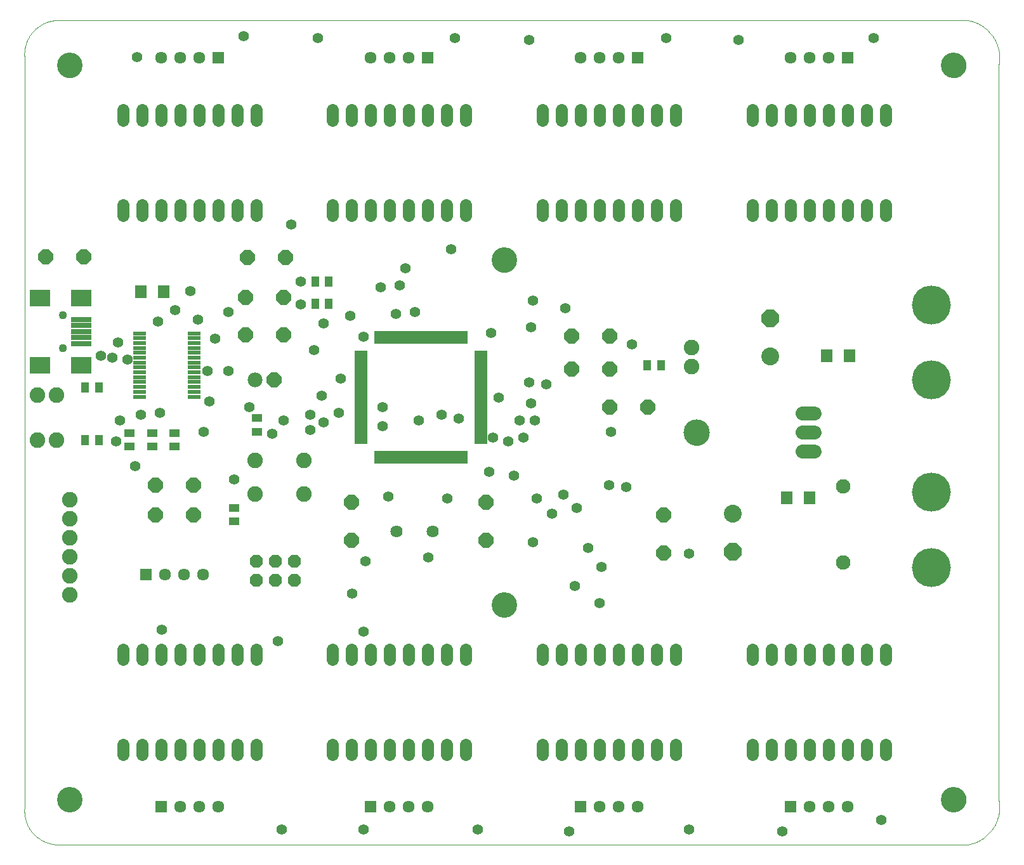
<source format=gts>
G75*
%MOIN*%
%OFA0B0*%
%FSLAX25Y25*%
%IPPOS*%
%LPD*%
%AMOC8*
5,1,8,0,0,1.08239X$1,22.5*
%
%ADD10C,0.00000*%
%ADD11C,0.20485*%
%ADD12C,0.09400*%
%ADD13OC8,0.09400*%
%ADD14OC8,0.07800*%
%ADD15C,0.07600*%
%ADD16C,0.07200*%
%ADD17C,0.13800*%
%ADD18R,0.06706X0.01981*%
%ADD19R,0.01981X0.06706*%
%ADD20OC8,0.06940*%
%ADD21R,0.05918X0.07099*%
%ADD22C,0.08200*%
%ADD23C,0.06400*%
%ADD24C,0.06350*%
%ADD25R,0.10643X0.02769*%
%ADD26R,0.10643X0.08674*%
%ADD27C,0.04343*%
%ADD28R,0.03950X0.05524*%
%ADD29C,0.07800*%
%ADD30R,0.06350X0.06350*%
%ADD31C,0.06350*%
%ADD32R,0.05524X0.03950*%
%ADD33C,0.13398*%
%ADD34C,0.05562*%
D10*
X0020337Y0001315D02*
X0500652Y0001315D01*
X0501127Y0001416D01*
X0501598Y0001528D01*
X0502068Y0001652D01*
X0502534Y0001787D01*
X0502996Y0001933D01*
X0503455Y0002090D01*
X0503910Y0002259D01*
X0504361Y0002438D01*
X0504807Y0002628D01*
X0505249Y0002829D01*
X0505685Y0003041D01*
X0506117Y0003263D01*
X0506542Y0003495D01*
X0506963Y0003737D01*
X0507377Y0003990D01*
X0507785Y0004253D01*
X0508186Y0004525D01*
X0508581Y0004807D01*
X0508969Y0005099D01*
X0509349Y0005399D01*
X0509722Y0005709D01*
X0510088Y0006028D01*
X0510446Y0006355D01*
X0510796Y0006691D01*
X0511138Y0007036D01*
X0511471Y0007389D01*
X0511795Y0007749D01*
X0512111Y0008117D01*
X0512418Y0008493D01*
X0512716Y0008876D01*
X0513004Y0009266D01*
X0513283Y0009663D01*
X0513552Y0010067D01*
X0513811Y0010477D01*
X0514060Y0010893D01*
X0514299Y0011315D01*
X0514528Y0011743D01*
X0514747Y0012176D01*
X0514955Y0012614D01*
X0515152Y0013058D01*
X0515339Y0013505D01*
X0515514Y0013958D01*
X0515679Y0014414D01*
X0515833Y0014874D01*
X0515975Y0015338D01*
X0516106Y0015805D01*
X0516226Y0016275D01*
X0516335Y0016748D01*
X0516432Y0017223D01*
X0516517Y0017701D01*
X0516591Y0018180D01*
X0516653Y0018661D01*
X0516704Y0019144D01*
X0516743Y0019627D01*
X0516770Y0020112D01*
X0516786Y0020597D01*
X0516790Y0021082D01*
X0516782Y0021567D01*
X0516762Y0022051D01*
X0516731Y0022536D01*
X0516688Y0023019D01*
X0516634Y0023501D01*
X0516567Y0023981D01*
X0516490Y0024460D01*
X0516400Y0024937D01*
X0516400Y0410764D01*
X0516490Y0411241D01*
X0516567Y0411720D01*
X0516634Y0412200D01*
X0516688Y0412682D01*
X0516731Y0413165D01*
X0516762Y0413650D01*
X0516782Y0414134D01*
X0516790Y0414619D01*
X0516786Y0415104D01*
X0516770Y0415589D01*
X0516743Y0416074D01*
X0516704Y0416557D01*
X0516653Y0417040D01*
X0516591Y0417521D01*
X0516517Y0418000D01*
X0516432Y0418478D01*
X0516335Y0418953D01*
X0516226Y0419426D01*
X0516106Y0419896D01*
X0515975Y0420363D01*
X0515833Y0420827D01*
X0515679Y0421287D01*
X0515514Y0421743D01*
X0515339Y0422196D01*
X0515152Y0422643D01*
X0514955Y0423087D01*
X0514747Y0423525D01*
X0514528Y0423958D01*
X0514299Y0424386D01*
X0514060Y0424808D01*
X0513811Y0425224D01*
X0513552Y0425634D01*
X0513283Y0426038D01*
X0513004Y0426435D01*
X0512716Y0426825D01*
X0512418Y0427208D01*
X0512111Y0427584D01*
X0511795Y0427952D01*
X0511471Y0428312D01*
X0511138Y0428665D01*
X0510796Y0429010D01*
X0510446Y0429346D01*
X0510088Y0429673D01*
X0509722Y0429992D01*
X0509349Y0430302D01*
X0508969Y0430602D01*
X0508581Y0430894D01*
X0508186Y0431176D01*
X0507785Y0431448D01*
X0507377Y0431711D01*
X0506963Y0431964D01*
X0506542Y0432206D01*
X0506117Y0432438D01*
X0505685Y0432660D01*
X0505249Y0432872D01*
X0504807Y0433073D01*
X0504361Y0433263D01*
X0503910Y0433442D01*
X0503455Y0433611D01*
X0502996Y0433768D01*
X0502534Y0433914D01*
X0502068Y0434049D01*
X0501598Y0434173D01*
X0501127Y0434285D01*
X0500652Y0434386D01*
X0020337Y0434386D01*
X0019903Y0434332D01*
X0019470Y0434268D01*
X0019039Y0434193D01*
X0018610Y0434108D01*
X0018184Y0434012D01*
X0017759Y0433905D01*
X0017338Y0433789D01*
X0016919Y0433661D01*
X0016503Y0433524D01*
X0016092Y0433377D01*
X0015683Y0433219D01*
X0015279Y0433052D01*
X0014879Y0432874D01*
X0014484Y0432687D01*
X0014093Y0432490D01*
X0013707Y0432284D01*
X0013327Y0432068D01*
X0012951Y0431843D01*
X0012582Y0431609D01*
X0012218Y0431366D01*
X0011861Y0431114D01*
X0011509Y0430853D01*
X0011164Y0430584D01*
X0010826Y0430306D01*
X0010495Y0430021D01*
X0010171Y0429727D01*
X0009854Y0429425D01*
X0009545Y0429116D01*
X0009243Y0428799D01*
X0008949Y0428474D01*
X0008664Y0428143D01*
X0008386Y0427805D01*
X0008117Y0427460D01*
X0007857Y0427108D01*
X0007605Y0426751D01*
X0007362Y0426387D01*
X0007128Y0426017D01*
X0006903Y0425642D01*
X0006687Y0425261D01*
X0006481Y0424875D01*
X0006285Y0424484D01*
X0006098Y0424089D01*
X0005920Y0423689D01*
X0005753Y0423285D01*
X0005596Y0422876D01*
X0005448Y0422464D01*
X0005311Y0422049D01*
X0005184Y0421630D01*
X0005068Y0421209D01*
X0004962Y0420784D01*
X0004866Y0420357D01*
X0004780Y0419928D01*
X0004706Y0419497D01*
X0004642Y0419064D01*
X0004588Y0418630D01*
X0004545Y0418195D01*
X0004513Y0417758D01*
X0004492Y0417321D01*
X0004481Y0416884D01*
X0004481Y0416446D01*
X0004492Y0416009D01*
X0004514Y0415572D01*
X0004546Y0415136D01*
X0004589Y0414700D01*
X0004589Y0414701D02*
X0004589Y0021000D01*
X0004546Y0020564D01*
X0004514Y0020128D01*
X0004492Y0019691D01*
X0004481Y0019254D01*
X0004481Y0018816D01*
X0004492Y0018379D01*
X0004513Y0017942D01*
X0004545Y0017505D01*
X0004588Y0017070D01*
X0004642Y0016636D01*
X0004706Y0016203D01*
X0004780Y0015772D01*
X0004866Y0015343D01*
X0004962Y0014916D01*
X0005068Y0014491D01*
X0005184Y0014070D01*
X0005311Y0013651D01*
X0005448Y0013236D01*
X0005596Y0012824D01*
X0005753Y0012415D01*
X0005920Y0012011D01*
X0006098Y0011611D01*
X0006285Y0011216D01*
X0006481Y0010825D01*
X0006687Y0010439D01*
X0006903Y0010058D01*
X0007128Y0009683D01*
X0007362Y0009313D01*
X0007605Y0008949D01*
X0007857Y0008592D01*
X0008117Y0008240D01*
X0008386Y0007895D01*
X0008664Y0007557D01*
X0008949Y0007226D01*
X0009243Y0006901D01*
X0009545Y0006584D01*
X0009854Y0006275D01*
X0010171Y0005973D01*
X0010495Y0005679D01*
X0010826Y0005394D01*
X0011164Y0005116D01*
X0011509Y0004847D01*
X0011861Y0004586D01*
X0012218Y0004334D01*
X0012582Y0004091D01*
X0012951Y0003857D01*
X0013327Y0003632D01*
X0013707Y0003416D01*
X0014093Y0003210D01*
X0014484Y0003013D01*
X0014879Y0002826D01*
X0015279Y0002648D01*
X0015683Y0002481D01*
X0016092Y0002323D01*
X0016503Y0002176D01*
X0016919Y0002039D01*
X0017338Y0001911D01*
X0017759Y0001795D01*
X0018184Y0001688D01*
X0018610Y0001592D01*
X0019039Y0001507D01*
X0019470Y0001432D01*
X0019903Y0001368D01*
X0020337Y0001314D01*
X0021912Y0024937D02*
X0021914Y0025095D01*
X0021920Y0025253D01*
X0021930Y0025411D01*
X0021944Y0025569D01*
X0021962Y0025726D01*
X0021983Y0025883D01*
X0022009Y0026039D01*
X0022039Y0026195D01*
X0022072Y0026350D01*
X0022110Y0026503D01*
X0022151Y0026656D01*
X0022196Y0026808D01*
X0022245Y0026959D01*
X0022298Y0027108D01*
X0022354Y0027256D01*
X0022414Y0027402D01*
X0022478Y0027547D01*
X0022546Y0027690D01*
X0022617Y0027832D01*
X0022691Y0027972D01*
X0022769Y0028109D01*
X0022851Y0028245D01*
X0022935Y0028379D01*
X0023024Y0028510D01*
X0023115Y0028639D01*
X0023210Y0028766D01*
X0023307Y0028891D01*
X0023408Y0029013D01*
X0023512Y0029132D01*
X0023619Y0029249D01*
X0023729Y0029363D01*
X0023842Y0029474D01*
X0023957Y0029583D01*
X0024075Y0029688D01*
X0024196Y0029790D01*
X0024319Y0029890D01*
X0024445Y0029986D01*
X0024573Y0030079D01*
X0024703Y0030169D01*
X0024836Y0030255D01*
X0024971Y0030339D01*
X0025107Y0030418D01*
X0025246Y0030495D01*
X0025387Y0030567D01*
X0025529Y0030637D01*
X0025673Y0030702D01*
X0025819Y0030764D01*
X0025966Y0030822D01*
X0026115Y0030877D01*
X0026265Y0030928D01*
X0026416Y0030975D01*
X0026568Y0031018D01*
X0026721Y0031057D01*
X0026876Y0031093D01*
X0027031Y0031124D01*
X0027187Y0031152D01*
X0027343Y0031176D01*
X0027500Y0031196D01*
X0027658Y0031212D01*
X0027815Y0031224D01*
X0027974Y0031232D01*
X0028132Y0031236D01*
X0028290Y0031236D01*
X0028448Y0031232D01*
X0028607Y0031224D01*
X0028764Y0031212D01*
X0028922Y0031196D01*
X0029079Y0031176D01*
X0029235Y0031152D01*
X0029391Y0031124D01*
X0029546Y0031093D01*
X0029701Y0031057D01*
X0029854Y0031018D01*
X0030006Y0030975D01*
X0030157Y0030928D01*
X0030307Y0030877D01*
X0030456Y0030822D01*
X0030603Y0030764D01*
X0030749Y0030702D01*
X0030893Y0030637D01*
X0031035Y0030567D01*
X0031176Y0030495D01*
X0031315Y0030418D01*
X0031451Y0030339D01*
X0031586Y0030255D01*
X0031719Y0030169D01*
X0031849Y0030079D01*
X0031977Y0029986D01*
X0032103Y0029890D01*
X0032226Y0029790D01*
X0032347Y0029688D01*
X0032465Y0029583D01*
X0032580Y0029474D01*
X0032693Y0029363D01*
X0032803Y0029249D01*
X0032910Y0029132D01*
X0033014Y0029013D01*
X0033115Y0028891D01*
X0033212Y0028766D01*
X0033307Y0028639D01*
X0033398Y0028510D01*
X0033487Y0028379D01*
X0033571Y0028245D01*
X0033653Y0028109D01*
X0033731Y0027972D01*
X0033805Y0027832D01*
X0033876Y0027690D01*
X0033944Y0027547D01*
X0034008Y0027402D01*
X0034068Y0027256D01*
X0034124Y0027108D01*
X0034177Y0026959D01*
X0034226Y0026808D01*
X0034271Y0026656D01*
X0034312Y0026503D01*
X0034350Y0026350D01*
X0034383Y0026195D01*
X0034413Y0026039D01*
X0034439Y0025883D01*
X0034460Y0025726D01*
X0034478Y0025569D01*
X0034492Y0025411D01*
X0034502Y0025253D01*
X0034508Y0025095D01*
X0034510Y0024937D01*
X0034508Y0024779D01*
X0034502Y0024621D01*
X0034492Y0024463D01*
X0034478Y0024305D01*
X0034460Y0024148D01*
X0034439Y0023991D01*
X0034413Y0023835D01*
X0034383Y0023679D01*
X0034350Y0023524D01*
X0034312Y0023371D01*
X0034271Y0023218D01*
X0034226Y0023066D01*
X0034177Y0022915D01*
X0034124Y0022766D01*
X0034068Y0022618D01*
X0034008Y0022472D01*
X0033944Y0022327D01*
X0033876Y0022184D01*
X0033805Y0022042D01*
X0033731Y0021902D01*
X0033653Y0021765D01*
X0033571Y0021629D01*
X0033487Y0021495D01*
X0033398Y0021364D01*
X0033307Y0021235D01*
X0033212Y0021108D01*
X0033115Y0020983D01*
X0033014Y0020861D01*
X0032910Y0020742D01*
X0032803Y0020625D01*
X0032693Y0020511D01*
X0032580Y0020400D01*
X0032465Y0020291D01*
X0032347Y0020186D01*
X0032226Y0020084D01*
X0032103Y0019984D01*
X0031977Y0019888D01*
X0031849Y0019795D01*
X0031719Y0019705D01*
X0031586Y0019619D01*
X0031451Y0019535D01*
X0031315Y0019456D01*
X0031176Y0019379D01*
X0031035Y0019307D01*
X0030893Y0019237D01*
X0030749Y0019172D01*
X0030603Y0019110D01*
X0030456Y0019052D01*
X0030307Y0018997D01*
X0030157Y0018946D01*
X0030006Y0018899D01*
X0029854Y0018856D01*
X0029701Y0018817D01*
X0029546Y0018781D01*
X0029391Y0018750D01*
X0029235Y0018722D01*
X0029079Y0018698D01*
X0028922Y0018678D01*
X0028764Y0018662D01*
X0028607Y0018650D01*
X0028448Y0018642D01*
X0028290Y0018638D01*
X0028132Y0018638D01*
X0027974Y0018642D01*
X0027815Y0018650D01*
X0027658Y0018662D01*
X0027500Y0018678D01*
X0027343Y0018698D01*
X0027187Y0018722D01*
X0027031Y0018750D01*
X0026876Y0018781D01*
X0026721Y0018817D01*
X0026568Y0018856D01*
X0026416Y0018899D01*
X0026265Y0018946D01*
X0026115Y0018997D01*
X0025966Y0019052D01*
X0025819Y0019110D01*
X0025673Y0019172D01*
X0025529Y0019237D01*
X0025387Y0019307D01*
X0025246Y0019379D01*
X0025107Y0019456D01*
X0024971Y0019535D01*
X0024836Y0019619D01*
X0024703Y0019705D01*
X0024573Y0019795D01*
X0024445Y0019888D01*
X0024319Y0019984D01*
X0024196Y0020084D01*
X0024075Y0020186D01*
X0023957Y0020291D01*
X0023842Y0020400D01*
X0023729Y0020511D01*
X0023619Y0020625D01*
X0023512Y0020742D01*
X0023408Y0020861D01*
X0023307Y0020983D01*
X0023210Y0021108D01*
X0023115Y0021235D01*
X0023024Y0021364D01*
X0022935Y0021495D01*
X0022851Y0021629D01*
X0022769Y0021765D01*
X0022691Y0021902D01*
X0022617Y0022042D01*
X0022546Y0022184D01*
X0022478Y0022327D01*
X0022414Y0022472D01*
X0022354Y0022618D01*
X0022298Y0022766D01*
X0022245Y0022915D01*
X0022196Y0023066D01*
X0022151Y0023218D01*
X0022110Y0023371D01*
X0022072Y0023524D01*
X0022039Y0023679D01*
X0022009Y0023835D01*
X0021983Y0023991D01*
X0021962Y0024148D01*
X0021944Y0024305D01*
X0021930Y0024463D01*
X0021920Y0024621D01*
X0021914Y0024779D01*
X0021912Y0024937D01*
X0250258Y0127299D02*
X0250260Y0127457D01*
X0250266Y0127615D01*
X0250276Y0127773D01*
X0250290Y0127931D01*
X0250308Y0128088D01*
X0250329Y0128245D01*
X0250355Y0128401D01*
X0250385Y0128557D01*
X0250418Y0128712D01*
X0250456Y0128865D01*
X0250497Y0129018D01*
X0250542Y0129170D01*
X0250591Y0129321D01*
X0250644Y0129470D01*
X0250700Y0129618D01*
X0250760Y0129764D01*
X0250824Y0129909D01*
X0250892Y0130052D01*
X0250963Y0130194D01*
X0251037Y0130334D01*
X0251115Y0130471D01*
X0251197Y0130607D01*
X0251281Y0130741D01*
X0251370Y0130872D01*
X0251461Y0131001D01*
X0251556Y0131128D01*
X0251653Y0131253D01*
X0251754Y0131375D01*
X0251858Y0131494D01*
X0251965Y0131611D01*
X0252075Y0131725D01*
X0252188Y0131836D01*
X0252303Y0131945D01*
X0252421Y0132050D01*
X0252542Y0132152D01*
X0252665Y0132252D01*
X0252791Y0132348D01*
X0252919Y0132441D01*
X0253049Y0132531D01*
X0253182Y0132617D01*
X0253317Y0132701D01*
X0253453Y0132780D01*
X0253592Y0132857D01*
X0253733Y0132929D01*
X0253875Y0132999D01*
X0254019Y0133064D01*
X0254165Y0133126D01*
X0254312Y0133184D01*
X0254461Y0133239D01*
X0254611Y0133290D01*
X0254762Y0133337D01*
X0254914Y0133380D01*
X0255067Y0133419D01*
X0255222Y0133455D01*
X0255377Y0133486D01*
X0255533Y0133514D01*
X0255689Y0133538D01*
X0255846Y0133558D01*
X0256004Y0133574D01*
X0256161Y0133586D01*
X0256320Y0133594D01*
X0256478Y0133598D01*
X0256636Y0133598D01*
X0256794Y0133594D01*
X0256953Y0133586D01*
X0257110Y0133574D01*
X0257268Y0133558D01*
X0257425Y0133538D01*
X0257581Y0133514D01*
X0257737Y0133486D01*
X0257892Y0133455D01*
X0258047Y0133419D01*
X0258200Y0133380D01*
X0258352Y0133337D01*
X0258503Y0133290D01*
X0258653Y0133239D01*
X0258802Y0133184D01*
X0258949Y0133126D01*
X0259095Y0133064D01*
X0259239Y0132999D01*
X0259381Y0132929D01*
X0259522Y0132857D01*
X0259661Y0132780D01*
X0259797Y0132701D01*
X0259932Y0132617D01*
X0260065Y0132531D01*
X0260195Y0132441D01*
X0260323Y0132348D01*
X0260449Y0132252D01*
X0260572Y0132152D01*
X0260693Y0132050D01*
X0260811Y0131945D01*
X0260926Y0131836D01*
X0261039Y0131725D01*
X0261149Y0131611D01*
X0261256Y0131494D01*
X0261360Y0131375D01*
X0261461Y0131253D01*
X0261558Y0131128D01*
X0261653Y0131001D01*
X0261744Y0130872D01*
X0261833Y0130741D01*
X0261917Y0130607D01*
X0261999Y0130471D01*
X0262077Y0130334D01*
X0262151Y0130194D01*
X0262222Y0130052D01*
X0262290Y0129909D01*
X0262354Y0129764D01*
X0262414Y0129618D01*
X0262470Y0129470D01*
X0262523Y0129321D01*
X0262572Y0129170D01*
X0262617Y0129018D01*
X0262658Y0128865D01*
X0262696Y0128712D01*
X0262729Y0128557D01*
X0262759Y0128401D01*
X0262785Y0128245D01*
X0262806Y0128088D01*
X0262824Y0127931D01*
X0262838Y0127773D01*
X0262848Y0127615D01*
X0262854Y0127457D01*
X0262856Y0127299D01*
X0262854Y0127141D01*
X0262848Y0126983D01*
X0262838Y0126825D01*
X0262824Y0126667D01*
X0262806Y0126510D01*
X0262785Y0126353D01*
X0262759Y0126197D01*
X0262729Y0126041D01*
X0262696Y0125886D01*
X0262658Y0125733D01*
X0262617Y0125580D01*
X0262572Y0125428D01*
X0262523Y0125277D01*
X0262470Y0125128D01*
X0262414Y0124980D01*
X0262354Y0124834D01*
X0262290Y0124689D01*
X0262222Y0124546D01*
X0262151Y0124404D01*
X0262077Y0124264D01*
X0261999Y0124127D01*
X0261917Y0123991D01*
X0261833Y0123857D01*
X0261744Y0123726D01*
X0261653Y0123597D01*
X0261558Y0123470D01*
X0261461Y0123345D01*
X0261360Y0123223D01*
X0261256Y0123104D01*
X0261149Y0122987D01*
X0261039Y0122873D01*
X0260926Y0122762D01*
X0260811Y0122653D01*
X0260693Y0122548D01*
X0260572Y0122446D01*
X0260449Y0122346D01*
X0260323Y0122250D01*
X0260195Y0122157D01*
X0260065Y0122067D01*
X0259932Y0121981D01*
X0259797Y0121897D01*
X0259661Y0121818D01*
X0259522Y0121741D01*
X0259381Y0121669D01*
X0259239Y0121599D01*
X0259095Y0121534D01*
X0258949Y0121472D01*
X0258802Y0121414D01*
X0258653Y0121359D01*
X0258503Y0121308D01*
X0258352Y0121261D01*
X0258200Y0121218D01*
X0258047Y0121179D01*
X0257892Y0121143D01*
X0257737Y0121112D01*
X0257581Y0121084D01*
X0257425Y0121060D01*
X0257268Y0121040D01*
X0257110Y0121024D01*
X0256953Y0121012D01*
X0256794Y0121004D01*
X0256636Y0121000D01*
X0256478Y0121000D01*
X0256320Y0121004D01*
X0256161Y0121012D01*
X0256004Y0121024D01*
X0255846Y0121040D01*
X0255689Y0121060D01*
X0255533Y0121084D01*
X0255377Y0121112D01*
X0255222Y0121143D01*
X0255067Y0121179D01*
X0254914Y0121218D01*
X0254762Y0121261D01*
X0254611Y0121308D01*
X0254461Y0121359D01*
X0254312Y0121414D01*
X0254165Y0121472D01*
X0254019Y0121534D01*
X0253875Y0121599D01*
X0253733Y0121669D01*
X0253592Y0121741D01*
X0253453Y0121818D01*
X0253317Y0121897D01*
X0253182Y0121981D01*
X0253049Y0122067D01*
X0252919Y0122157D01*
X0252791Y0122250D01*
X0252665Y0122346D01*
X0252542Y0122446D01*
X0252421Y0122548D01*
X0252303Y0122653D01*
X0252188Y0122762D01*
X0252075Y0122873D01*
X0251965Y0122987D01*
X0251858Y0123104D01*
X0251754Y0123223D01*
X0251653Y0123345D01*
X0251556Y0123470D01*
X0251461Y0123597D01*
X0251370Y0123726D01*
X0251281Y0123857D01*
X0251197Y0123991D01*
X0251115Y0124127D01*
X0251037Y0124264D01*
X0250963Y0124404D01*
X0250892Y0124546D01*
X0250824Y0124689D01*
X0250760Y0124834D01*
X0250700Y0124980D01*
X0250644Y0125128D01*
X0250591Y0125277D01*
X0250542Y0125428D01*
X0250497Y0125580D01*
X0250456Y0125733D01*
X0250418Y0125886D01*
X0250385Y0126041D01*
X0250355Y0126197D01*
X0250329Y0126353D01*
X0250308Y0126510D01*
X0250290Y0126667D01*
X0250276Y0126825D01*
X0250266Y0126983D01*
X0250260Y0127141D01*
X0250258Y0127299D01*
X0351136Y0217654D02*
X0351138Y0217815D01*
X0351144Y0217975D01*
X0351154Y0218136D01*
X0351168Y0218296D01*
X0351186Y0218456D01*
X0351207Y0218615D01*
X0351233Y0218774D01*
X0351263Y0218932D01*
X0351296Y0219089D01*
X0351334Y0219246D01*
X0351375Y0219401D01*
X0351420Y0219555D01*
X0351469Y0219708D01*
X0351522Y0219860D01*
X0351578Y0220011D01*
X0351639Y0220160D01*
X0351702Y0220308D01*
X0351770Y0220454D01*
X0351841Y0220598D01*
X0351915Y0220740D01*
X0351993Y0220881D01*
X0352075Y0221019D01*
X0352160Y0221156D01*
X0352248Y0221290D01*
X0352340Y0221422D01*
X0352435Y0221552D01*
X0352533Y0221680D01*
X0352634Y0221805D01*
X0352738Y0221927D01*
X0352845Y0222047D01*
X0352955Y0222164D01*
X0353068Y0222279D01*
X0353184Y0222390D01*
X0353303Y0222499D01*
X0353424Y0222604D01*
X0353548Y0222707D01*
X0353674Y0222807D01*
X0353802Y0222903D01*
X0353933Y0222996D01*
X0354067Y0223086D01*
X0354202Y0223173D01*
X0354340Y0223256D01*
X0354479Y0223336D01*
X0354621Y0223412D01*
X0354764Y0223485D01*
X0354909Y0223554D01*
X0355056Y0223620D01*
X0355204Y0223682D01*
X0355354Y0223740D01*
X0355505Y0223795D01*
X0355658Y0223846D01*
X0355812Y0223893D01*
X0355967Y0223936D01*
X0356123Y0223975D01*
X0356279Y0224011D01*
X0356437Y0224042D01*
X0356595Y0224070D01*
X0356754Y0224094D01*
X0356914Y0224114D01*
X0357074Y0224130D01*
X0357234Y0224142D01*
X0357395Y0224150D01*
X0357556Y0224154D01*
X0357716Y0224154D01*
X0357877Y0224150D01*
X0358038Y0224142D01*
X0358198Y0224130D01*
X0358358Y0224114D01*
X0358518Y0224094D01*
X0358677Y0224070D01*
X0358835Y0224042D01*
X0358993Y0224011D01*
X0359149Y0223975D01*
X0359305Y0223936D01*
X0359460Y0223893D01*
X0359614Y0223846D01*
X0359767Y0223795D01*
X0359918Y0223740D01*
X0360068Y0223682D01*
X0360216Y0223620D01*
X0360363Y0223554D01*
X0360508Y0223485D01*
X0360651Y0223412D01*
X0360793Y0223336D01*
X0360932Y0223256D01*
X0361070Y0223173D01*
X0361205Y0223086D01*
X0361339Y0222996D01*
X0361470Y0222903D01*
X0361598Y0222807D01*
X0361724Y0222707D01*
X0361848Y0222604D01*
X0361969Y0222499D01*
X0362088Y0222390D01*
X0362204Y0222279D01*
X0362317Y0222164D01*
X0362427Y0222047D01*
X0362534Y0221927D01*
X0362638Y0221805D01*
X0362739Y0221680D01*
X0362837Y0221552D01*
X0362932Y0221422D01*
X0363024Y0221290D01*
X0363112Y0221156D01*
X0363197Y0221019D01*
X0363279Y0220881D01*
X0363357Y0220740D01*
X0363431Y0220598D01*
X0363502Y0220454D01*
X0363570Y0220308D01*
X0363633Y0220160D01*
X0363694Y0220011D01*
X0363750Y0219860D01*
X0363803Y0219708D01*
X0363852Y0219555D01*
X0363897Y0219401D01*
X0363938Y0219246D01*
X0363976Y0219089D01*
X0364009Y0218932D01*
X0364039Y0218774D01*
X0364065Y0218615D01*
X0364086Y0218456D01*
X0364104Y0218296D01*
X0364118Y0218136D01*
X0364128Y0217975D01*
X0364134Y0217815D01*
X0364136Y0217654D01*
X0364134Y0217493D01*
X0364128Y0217333D01*
X0364118Y0217172D01*
X0364104Y0217012D01*
X0364086Y0216852D01*
X0364065Y0216693D01*
X0364039Y0216534D01*
X0364009Y0216376D01*
X0363976Y0216219D01*
X0363938Y0216062D01*
X0363897Y0215907D01*
X0363852Y0215753D01*
X0363803Y0215600D01*
X0363750Y0215448D01*
X0363694Y0215297D01*
X0363633Y0215148D01*
X0363570Y0215000D01*
X0363502Y0214854D01*
X0363431Y0214710D01*
X0363357Y0214568D01*
X0363279Y0214427D01*
X0363197Y0214289D01*
X0363112Y0214152D01*
X0363024Y0214018D01*
X0362932Y0213886D01*
X0362837Y0213756D01*
X0362739Y0213628D01*
X0362638Y0213503D01*
X0362534Y0213381D01*
X0362427Y0213261D01*
X0362317Y0213144D01*
X0362204Y0213029D01*
X0362088Y0212918D01*
X0361969Y0212809D01*
X0361848Y0212704D01*
X0361724Y0212601D01*
X0361598Y0212501D01*
X0361470Y0212405D01*
X0361339Y0212312D01*
X0361205Y0212222D01*
X0361070Y0212135D01*
X0360932Y0212052D01*
X0360793Y0211972D01*
X0360651Y0211896D01*
X0360508Y0211823D01*
X0360363Y0211754D01*
X0360216Y0211688D01*
X0360068Y0211626D01*
X0359918Y0211568D01*
X0359767Y0211513D01*
X0359614Y0211462D01*
X0359460Y0211415D01*
X0359305Y0211372D01*
X0359149Y0211333D01*
X0358993Y0211297D01*
X0358835Y0211266D01*
X0358677Y0211238D01*
X0358518Y0211214D01*
X0358358Y0211194D01*
X0358198Y0211178D01*
X0358038Y0211166D01*
X0357877Y0211158D01*
X0357716Y0211154D01*
X0357556Y0211154D01*
X0357395Y0211158D01*
X0357234Y0211166D01*
X0357074Y0211178D01*
X0356914Y0211194D01*
X0356754Y0211214D01*
X0356595Y0211238D01*
X0356437Y0211266D01*
X0356279Y0211297D01*
X0356123Y0211333D01*
X0355967Y0211372D01*
X0355812Y0211415D01*
X0355658Y0211462D01*
X0355505Y0211513D01*
X0355354Y0211568D01*
X0355204Y0211626D01*
X0355056Y0211688D01*
X0354909Y0211754D01*
X0354764Y0211823D01*
X0354621Y0211896D01*
X0354479Y0211972D01*
X0354340Y0212052D01*
X0354202Y0212135D01*
X0354067Y0212222D01*
X0353933Y0212312D01*
X0353802Y0212405D01*
X0353674Y0212501D01*
X0353548Y0212601D01*
X0353424Y0212704D01*
X0353303Y0212809D01*
X0353184Y0212918D01*
X0353068Y0213029D01*
X0352955Y0213144D01*
X0352845Y0213261D01*
X0352738Y0213381D01*
X0352634Y0213503D01*
X0352533Y0213628D01*
X0352435Y0213756D01*
X0352340Y0213886D01*
X0352248Y0214018D01*
X0352160Y0214152D01*
X0352075Y0214289D01*
X0351993Y0214427D01*
X0351915Y0214568D01*
X0351841Y0214710D01*
X0351770Y0214854D01*
X0351702Y0215000D01*
X0351639Y0215148D01*
X0351578Y0215297D01*
X0351522Y0215448D01*
X0351469Y0215600D01*
X0351420Y0215753D01*
X0351375Y0215907D01*
X0351334Y0216062D01*
X0351296Y0216219D01*
X0351263Y0216376D01*
X0351233Y0216534D01*
X0351207Y0216693D01*
X0351186Y0216852D01*
X0351168Y0217012D01*
X0351154Y0217172D01*
X0351144Y0217333D01*
X0351138Y0217493D01*
X0351136Y0217654D01*
X0250258Y0308402D02*
X0250260Y0308560D01*
X0250266Y0308718D01*
X0250276Y0308876D01*
X0250290Y0309034D01*
X0250308Y0309191D01*
X0250329Y0309348D01*
X0250355Y0309504D01*
X0250385Y0309660D01*
X0250418Y0309815D01*
X0250456Y0309968D01*
X0250497Y0310121D01*
X0250542Y0310273D01*
X0250591Y0310424D01*
X0250644Y0310573D01*
X0250700Y0310721D01*
X0250760Y0310867D01*
X0250824Y0311012D01*
X0250892Y0311155D01*
X0250963Y0311297D01*
X0251037Y0311437D01*
X0251115Y0311574D01*
X0251197Y0311710D01*
X0251281Y0311844D01*
X0251370Y0311975D01*
X0251461Y0312104D01*
X0251556Y0312231D01*
X0251653Y0312356D01*
X0251754Y0312478D01*
X0251858Y0312597D01*
X0251965Y0312714D01*
X0252075Y0312828D01*
X0252188Y0312939D01*
X0252303Y0313048D01*
X0252421Y0313153D01*
X0252542Y0313255D01*
X0252665Y0313355D01*
X0252791Y0313451D01*
X0252919Y0313544D01*
X0253049Y0313634D01*
X0253182Y0313720D01*
X0253317Y0313804D01*
X0253453Y0313883D01*
X0253592Y0313960D01*
X0253733Y0314032D01*
X0253875Y0314102D01*
X0254019Y0314167D01*
X0254165Y0314229D01*
X0254312Y0314287D01*
X0254461Y0314342D01*
X0254611Y0314393D01*
X0254762Y0314440D01*
X0254914Y0314483D01*
X0255067Y0314522D01*
X0255222Y0314558D01*
X0255377Y0314589D01*
X0255533Y0314617D01*
X0255689Y0314641D01*
X0255846Y0314661D01*
X0256004Y0314677D01*
X0256161Y0314689D01*
X0256320Y0314697D01*
X0256478Y0314701D01*
X0256636Y0314701D01*
X0256794Y0314697D01*
X0256953Y0314689D01*
X0257110Y0314677D01*
X0257268Y0314661D01*
X0257425Y0314641D01*
X0257581Y0314617D01*
X0257737Y0314589D01*
X0257892Y0314558D01*
X0258047Y0314522D01*
X0258200Y0314483D01*
X0258352Y0314440D01*
X0258503Y0314393D01*
X0258653Y0314342D01*
X0258802Y0314287D01*
X0258949Y0314229D01*
X0259095Y0314167D01*
X0259239Y0314102D01*
X0259381Y0314032D01*
X0259522Y0313960D01*
X0259661Y0313883D01*
X0259797Y0313804D01*
X0259932Y0313720D01*
X0260065Y0313634D01*
X0260195Y0313544D01*
X0260323Y0313451D01*
X0260449Y0313355D01*
X0260572Y0313255D01*
X0260693Y0313153D01*
X0260811Y0313048D01*
X0260926Y0312939D01*
X0261039Y0312828D01*
X0261149Y0312714D01*
X0261256Y0312597D01*
X0261360Y0312478D01*
X0261461Y0312356D01*
X0261558Y0312231D01*
X0261653Y0312104D01*
X0261744Y0311975D01*
X0261833Y0311844D01*
X0261917Y0311710D01*
X0261999Y0311574D01*
X0262077Y0311437D01*
X0262151Y0311297D01*
X0262222Y0311155D01*
X0262290Y0311012D01*
X0262354Y0310867D01*
X0262414Y0310721D01*
X0262470Y0310573D01*
X0262523Y0310424D01*
X0262572Y0310273D01*
X0262617Y0310121D01*
X0262658Y0309968D01*
X0262696Y0309815D01*
X0262729Y0309660D01*
X0262759Y0309504D01*
X0262785Y0309348D01*
X0262806Y0309191D01*
X0262824Y0309034D01*
X0262838Y0308876D01*
X0262848Y0308718D01*
X0262854Y0308560D01*
X0262856Y0308402D01*
X0262854Y0308244D01*
X0262848Y0308086D01*
X0262838Y0307928D01*
X0262824Y0307770D01*
X0262806Y0307613D01*
X0262785Y0307456D01*
X0262759Y0307300D01*
X0262729Y0307144D01*
X0262696Y0306989D01*
X0262658Y0306836D01*
X0262617Y0306683D01*
X0262572Y0306531D01*
X0262523Y0306380D01*
X0262470Y0306231D01*
X0262414Y0306083D01*
X0262354Y0305937D01*
X0262290Y0305792D01*
X0262222Y0305649D01*
X0262151Y0305507D01*
X0262077Y0305367D01*
X0261999Y0305230D01*
X0261917Y0305094D01*
X0261833Y0304960D01*
X0261744Y0304829D01*
X0261653Y0304700D01*
X0261558Y0304573D01*
X0261461Y0304448D01*
X0261360Y0304326D01*
X0261256Y0304207D01*
X0261149Y0304090D01*
X0261039Y0303976D01*
X0260926Y0303865D01*
X0260811Y0303756D01*
X0260693Y0303651D01*
X0260572Y0303549D01*
X0260449Y0303449D01*
X0260323Y0303353D01*
X0260195Y0303260D01*
X0260065Y0303170D01*
X0259932Y0303084D01*
X0259797Y0303000D01*
X0259661Y0302921D01*
X0259522Y0302844D01*
X0259381Y0302772D01*
X0259239Y0302702D01*
X0259095Y0302637D01*
X0258949Y0302575D01*
X0258802Y0302517D01*
X0258653Y0302462D01*
X0258503Y0302411D01*
X0258352Y0302364D01*
X0258200Y0302321D01*
X0258047Y0302282D01*
X0257892Y0302246D01*
X0257737Y0302215D01*
X0257581Y0302187D01*
X0257425Y0302163D01*
X0257268Y0302143D01*
X0257110Y0302127D01*
X0256953Y0302115D01*
X0256794Y0302107D01*
X0256636Y0302103D01*
X0256478Y0302103D01*
X0256320Y0302107D01*
X0256161Y0302115D01*
X0256004Y0302127D01*
X0255846Y0302143D01*
X0255689Y0302163D01*
X0255533Y0302187D01*
X0255377Y0302215D01*
X0255222Y0302246D01*
X0255067Y0302282D01*
X0254914Y0302321D01*
X0254762Y0302364D01*
X0254611Y0302411D01*
X0254461Y0302462D01*
X0254312Y0302517D01*
X0254165Y0302575D01*
X0254019Y0302637D01*
X0253875Y0302702D01*
X0253733Y0302772D01*
X0253592Y0302844D01*
X0253453Y0302921D01*
X0253317Y0303000D01*
X0253182Y0303084D01*
X0253049Y0303170D01*
X0252919Y0303260D01*
X0252791Y0303353D01*
X0252665Y0303449D01*
X0252542Y0303549D01*
X0252421Y0303651D01*
X0252303Y0303756D01*
X0252188Y0303865D01*
X0252075Y0303976D01*
X0251965Y0304090D01*
X0251858Y0304207D01*
X0251754Y0304326D01*
X0251653Y0304448D01*
X0251556Y0304573D01*
X0251461Y0304700D01*
X0251370Y0304829D01*
X0251281Y0304960D01*
X0251197Y0305094D01*
X0251115Y0305230D01*
X0251037Y0305367D01*
X0250963Y0305507D01*
X0250892Y0305649D01*
X0250824Y0305792D01*
X0250760Y0305937D01*
X0250700Y0306083D01*
X0250644Y0306231D01*
X0250591Y0306380D01*
X0250542Y0306531D01*
X0250497Y0306683D01*
X0250456Y0306836D01*
X0250418Y0306989D01*
X0250385Y0307144D01*
X0250355Y0307300D01*
X0250329Y0307456D01*
X0250308Y0307613D01*
X0250290Y0307770D01*
X0250276Y0307928D01*
X0250266Y0308086D01*
X0250260Y0308244D01*
X0250258Y0308402D01*
X0021912Y0410764D02*
X0021914Y0410922D01*
X0021920Y0411080D01*
X0021930Y0411238D01*
X0021944Y0411396D01*
X0021962Y0411553D01*
X0021983Y0411710D01*
X0022009Y0411866D01*
X0022039Y0412022D01*
X0022072Y0412177D01*
X0022110Y0412330D01*
X0022151Y0412483D01*
X0022196Y0412635D01*
X0022245Y0412786D01*
X0022298Y0412935D01*
X0022354Y0413083D01*
X0022414Y0413229D01*
X0022478Y0413374D01*
X0022546Y0413517D01*
X0022617Y0413659D01*
X0022691Y0413799D01*
X0022769Y0413936D01*
X0022851Y0414072D01*
X0022935Y0414206D01*
X0023024Y0414337D01*
X0023115Y0414466D01*
X0023210Y0414593D01*
X0023307Y0414718D01*
X0023408Y0414840D01*
X0023512Y0414959D01*
X0023619Y0415076D01*
X0023729Y0415190D01*
X0023842Y0415301D01*
X0023957Y0415410D01*
X0024075Y0415515D01*
X0024196Y0415617D01*
X0024319Y0415717D01*
X0024445Y0415813D01*
X0024573Y0415906D01*
X0024703Y0415996D01*
X0024836Y0416082D01*
X0024971Y0416166D01*
X0025107Y0416245D01*
X0025246Y0416322D01*
X0025387Y0416394D01*
X0025529Y0416464D01*
X0025673Y0416529D01*
X0025819Y0416591D01*
X0025966Y0416649D01*
X0026115Y0416704D01*
X0026265Y0416755D01*
X0026416Y0416802D01*
X0026568Y0416845D01*
X0026721Y0416884D01*
X0026876Y0416920D01*
X0027031Y0416951D01*
X0027187Y0416979D01*
X0027343Y0417003D01*
X0027500Y0417023D01*
X0027658Y0417039D01*
X0027815Y0417051D01*
X0027974Y0417059D01*
X0028132Y0417063D01*
X0028290Y0417063D01*
X0028448Y0417059D01*
X0028607Y0417051D01*
X0028764Y0417039D01*
X0028922Y0417023D01*
X0029079Y0417003D01*
X0029235Y0416979D01*
X0029391Y0416951D01*
X0029546Y0416920D01*
X0029701Y0416884D01*
X0029854Y0416845D01*
X0030006Y0416802D01*
X0030157Y0416755D01*
X0030307Y0416704D01*
X0030456Y0416649D01*
X0030603Y0416591D01*
X0030749Y0416529D01*
X0030893Y0416464D01*
X0031035Y0416394D01*
X0031176Y0416322D01*
X0031315Y0416245D01*
X0031451Y0416166D01*
X0031586Y0416082D01*
X0031719Y0415996D01*
X0031849Y0415906D01*
X0031977Y0415813D01*
X0032103Y0415717D01*
X0032226Y0415617D01*
X0032347Y0415515D01*
X0032465Y0415410D01*
X0032580Y0415301D01*
X0032693Y0415190D01*
X0032803Y0415076D01*
X0032910Y0414959D01*
X0033014Y0414840D01*
X0033115Y0414718D01*
X0033212Y0414593D01*
X0033307Y0414466D01*
X0033398Y0414337D01*
X0033487Y0414206D01*
X0033571Y0414072D01*
X0033653Y0413936D01*
X0033731Y0413799D01*
X0033805Y0413659D01*
X0033876Y0413517D01*
X0033944Y0413374D01*
X0034008Y0413229D01*
X0034068Y0413083D01*
X0034124Y0412935D01*
X0034177Y0412786D01*
X0034226Y0412635D01*
X0034271Y0412483D01*
X0034312Y0412330D01*
X0034350Y0412177D01*
X0034383Y0412022D01*
X0034413Y0411866D01*
X0034439Y0411710D01*
X0034460Y0411553D01*
X0034478Y0411396D01*
X0034492Y0411238D01*
X0034502Y0411080D01*
X0034508Y0410922D01*
X0034510Y0410764D01*
X0034508Y0410606D01*
X0034502Y0410448D01*
X0034492Y0410290D01*
X0034478Y0410132D01*
X0034460Y0409975D01*
X0034439Y0409818D01*
X0034413Y0409662D01*
X0034383Y0409506D01*
X0034350Y0409351D01*
X0034312Y0409198D01*
X0034271Y0409045D01*
X0034226Y0408893D01*
X0034177Y0408742D01*
X0034124Y0408593D01*
X0034068Y0408445D01*
X0034008Y0408299D01*
X0033944Y0408154D01*
X0033876Y0408011D01*
X0033805Y0407869D01*
X0033731Y0407729D01*
X0033653Y0407592D01*
X0033571Y0407456D01*
X0033487Y0407322D01*
X0033398Y0407191D01*
X0033307Y0407062D01*
X0033212Y0406935D01*
X0033115Y0406810D01*
X0033014Y0406688D01*
X0032910Y0406569D01*
X0032803Y0406452D01*
X0032693Y0406338D01*
X0032580Y0406227D01*
X0032465Y0406118D01*
X0032347Y0406013D01*
X0032226Y0405911D01*
X0032103Y0405811D01*
X0031977Y0405715D01*
X0031849Y0405622D01*
X0031719Y0405532D01*
X0031586Y0405446D01*
X0031451Y0405362D01*
X0031315Y0405283D01*
X0031176Y0405206D01*
X0031035Y0405134D01*
X0030893Y0405064D01*
X0030749Y0404999D01*
X0030603Y0404937D01*
X0030456Y0404879D01*
X0030307Y0404824D01*
X0030157Y0404773D01*
X0030006Y0404726D01*
X0029854Y0404683D01*
X0029701Y0404644D01*
X0029546Y0404608D01*
X0029391Y0404577D01*
X0029235Y0404549D01*
X0029079Y0404525D01*
X0028922Y0404505D01*
X0028764Y0404489D01*
X0028607Y0404477D01*
X0028448Y0404469D01*
X0028290Y0404465D01*
X0028132Y0404465D01*
X0027974Y0404469D01*
X0027815Y0404477D01*
X0027658Y0404489D01*
X0027500Y0404505D01*
X0027343Y0404525D01*
X0027187Y0404549D01*
X0027031Y0404577D01*
X0026876Y0404608D01*
X0026721Y0404644D01*
X0026568Y0404683D01*
X0026416Y0404726D01*
X0026265Y0404773D01*
X0026115Y0404824D01*
X0025966Y0404879D01*
X0025819Y0404937D01*
X0025673Y0404999D01*
X0025529Y0405064D01*
X0025387Y0405134D01*
X0025246Y0405206D01*
X0025107Y0405283D01*
X0024971Y0405362D01*
X0024836Y0405446D01*
X0024703Y0405532D01*
X0024573Y0405622D01*
X0024445Y0405715D01*
X0024319Y0405811D01*
X0024196Y0405911D01*
X0024075Y0406013D01*
X0023957Y0406118D01*
X0023842Y0406227D01*
X0023729Y0406338D01*
X0023619Y0406452D01*
X0023512Y0406569D01*
X0023408Y0406688D01*
X0023307Y0406810D01*
X0023210Y0406935D01*
X0023115Y0407062D01*
X0023024Y0407191D01*
X0022935Y0407322D01*
X0022851Y0407456D01*
X0022769Y0407592D01*
X0022691Y0407729D01*
X0022617Y0407869D01*
X0022546Y0408011D01*
X0022478Y0408154D01*
X0022414Y0408299D01*
X0022354Y0408445D01*
X0022298Y0408593D01*
X0022245Y0408742D01*
X0022196Y0408893D01*
X0022151Y0409045D01*
X0022110Y0409198D01*
X0022072Y0409351D01*
X0022039Y0409506D01*
X0022009Y0409662D01*
X0021983Y0409818D01*
X0021962Y0409975D01*
X0021944Y0410132D01*
X0021930Y0410290D01*
X0021920Y0410448D01*
X0021914Y0410606D01*
X0021912Y0410764D01*
X0022856Y0279543D02*
X0022858Y0279627D01*
X0022864Y0279710D01*
X0022874Y0279793D01*
X0022888Y0279876D01*
X0022905Y0279958D01*
X0022927Y0280039D01*
X0022952Y0280118D01*
X0022981Y0280197D01*
X0023014Y0280274D01*
X0023050Y0280349D01*
X0023090Y0280423D01*
X0023133Y0280495D01*
X0023180Y0280564D01*
X0023230Y0280631D01*
X0023283Y0280696D01*
X0023339Y0280758D01*
X0023397Y0280818D01*
X0023459Y0280875D01*
X0023523Y0280928D01*
X0023590Y0280979D01*
X0023659Y0281026D01*
X0023730Y0281071D01*
X0023803Y0281111D01*
X0023878Y0281148D01*
X0023955Y0281182D01*
X0024033Y0281212D01*
X0024112Y0281238D01*
X0024193Y0281261D01*
X0024275Y0281279D01*
X0024357Y0281294D01*
X0024440Y0281305D01*
X0024523Y0281312D01*
X0024607Y0281315D01*
X0024691Y0281314D01*
X0024774Y0281309D01*
X0024858Y0281300D01*
X0024940Y0281287D01*
X0025022Y0281271D01*
X0025103Y0281250D01*
X0025184Y0281226D01*
X0025262Y0281198D01*
X0025340Y0281166D01*
X0025416Y0281130D01*
X0025490Y0281091D01*
X0025562Y0281049D01*
X0025632Y0281003D01*
X0025700Y0280954D01*
X0025765Y0280902D01*
X0025828Y0280847D01*
X0025888Y0280789D01*
X0025946Y0280728D01*
X0026000Y0280664D01*
X0026052Y0280598D01*
X0026100Y0280530D01*
X0026145Y0280459D01*
X0026186Y0280386D01*
X0026225Y0280312D01*
X0026259Y0280236D01*
X0026290Y0280158D01*
X0026317Y0280079D01*
X0026341Y0279998D01*
X0026360Y0279917D01*
X0026376Y0279835D01*
X0026388Y0279752D01*
X0026396Y0279668D01*
X0026400Y0279585D01*
X0026400Y0279501D01*
X0026396Y0279418D01*
X0026388Y0279334D01*
X0026376Y0279251D01*
X0026360Y0279169D01*
X0026341Y0279088D01*
X0026317Y0279007D01*
X0026290Y0278928D01*
X0026259Y0278850D01*
X0026225Y0278774D01*
X0026186Y0278700D01*
X0026145Y0278627D01*
X0026100Y0278556D01*
X0026052Y0278488D01*
X0026000Y0278422D01*
X0025946Y0278358D01*
X0025888Y0278297D01*
X0025828Y0278239D01*
X0025765Y0278184D01*
X0025700Y0278132D01*
X0025632Y0278083D01*
X0025562Y0278037D01*
X0025490Y0277995D01*
X0025416Y0277956D01*
X0025340Y0277920D01*
X0025262Y0277888D01*
X0025184Y0277860D01*
X0025103Y0277836D01*
X0025022Y0277815D01*
X0024940Y0277799D01*
X0024858Y0277786D01*
X0024774Y0277777D01*
X0024691Y0277772D01*
X0024607Y0277771D01*
X0024523Y0277774D01*
X0024440Y0277781D01*
X0024357Y0277792D01*
X0024275Y0277807D01*
X0024193Y0277825D01*
X0024112Y0277848D01*
X0024033Y0277874D01*
X0023955Y0277904D01*
X0023878Y0277938D01*
X0023803Y0277975D01*
X0023730Y0278015D01*
X0023659Y0278060D01*
X0023590Y0278107D01*
X0023523Y0278158D01*
X0023459Y0278211D01*
X0023397Y0278268D01*
X0023339Y0278328D01*
X0023283Y0278390D01*
X0023230Y0278455D01*
X0023180Y0278522D01*
X0023133Y0278591D01*
X0023090Y0278663D01*
X0023050Y0278737D01*
X0023014Y0278812D01*
X0022981Y0278889D01*
X0022952Y0278968D01*
X0022927Y0279047D01*
X0022905Y0279128D01*
X0022888Y0279210D01*
X0022874Y0279293D01*
X0022864Y0279376D01*
X0022858Y0279459D01*
X0022856Y0279543D01*
X0022856Y0262220D02*
X0022858Y0262304D01*
X0022864Y0262387D01*
X0022874Y0262470D01*
X0022888Y0262553D01*
X0022905Y0262635D01*
X0022927Y0262716D01*
X0022952Y0262795D01*
X0022981Y0262874D01*
X0023014Y0262951D01*
X0023050Y0263026D01*
X0023090Y0263100D01*
X0023133Y0263172D01*
X0023180Y0263241D01*
X0023230Y0263308D01*
X0023283Y0263373D01*
X0023339Y0263435D01*
X0023397Y0263495D01*
X0023459Y0263552D01*
X0023523Y0263605D01*
X0023590Y0263656D01*
X0023659Y0263703D01*
X0023730Y0263748D01*
X0023803Y0263788D01*
X0023878Y0263825D01*
X0023955Y0263859D01*
X0024033Y0263889D01*
X0024112Y0263915D01*
X0024193Y0263938D01*
X0024275Y0263956D01*
X0024357Y0263971D01*
X0024440Y0263982D01*
X0024523Y0263989D01*
X0024607Y0263992D01*
X0024691Y0263991D01*
X0024774Y0263986D01*
X0024858Y0263977D01*
X0024940Y0263964D01*
X0025022Y0263948D01*
X0025103Y0263927D01*
X0025184Y0263903D01*
X0025262Y0263875D01*
X0025340Y0263843D01*
X0025416Y0263807D01*
X0025490Y0263768D01*
X0025562Y0263726D01*
X0025632Y0263680D01*
X0025700Y0263631D01*
X0025765Y0263579D01*
X0025828Y0263524D01*
X0025888Y0263466D01*
X0025946Y0263405D01*
X0026000Y0263341D01*
X0026052Y0263275D01*
X0026100Y0263207D01*
X0026145Y0263136D01*
X0026186Y0263063D01*
X0026225Y0262989D01*
X0026259Y0262913D01*
X0026290Y0262835D01*
X0026317Y0262756D01*
X0026341Y0262675D01*
X0026360Y0262594D01*
X0026376Y0262512D01*
X0026388Y0262429D01*
X0026396Y0262345D01*
X0026400Y0262262D01*
X0026400Y0262178D01*
X0026396Y0262095D01*
X0026388Y0262011D01*
X0026376Y0261928D01*
X0026360Y0261846D01*
X0026341Y0261765D01*
X0026317Y0261684D01*
X0026290Y0261605D01*
X0026259Y0261527D01*
X0026225Y0261451D01*
X0026186Y0261377D01*
X0026145Y0261304D01*
X0026100Y0261233D01*
X0026052Y0261165D01*
X0026000Y0261099D01*
X0025946Y0261035D01*
X0025888Y0260974D01*
X0025828Y0260916D01*
X0025765Y0260861D01*
X0025700Y0260809D01*
X0025632Y0260760D01*
X0025562Y0260714D01*
X0025490Y0260672D01*
X0025416Y0260633D01*
X0025340Y0260597D01*
X0025262Y0260565D01*
X0025184Y0260537D01*
X0025103Y0260513D01*
X0025022Y0260492D01*
X0024940Y0260476D01*
X0024858Y0260463D01*
X0024774Y0260454D01*
X0024691Y0260449D01*
X0024607Y0260448D01*
X0024523Y0260451D01*
X0024440Y0260458D01*
X0024357Y0260469D01*
X0024275Y0260484D01*
X0024193Y0260502D01*
X0024112Y0260525D01*
X0024033Y0260551D01*
X0023955Y0260581D01*
X0023878Y0260615D01*
X0023803Y0260652D01*
X0023730Y0260692D01*
X0023659Y0260737D01*
X0023590Y0260784D01*
X0023523Y0260835D01*
X0023459Y0260888D01*
X0023397Y0260945D01*
X0023339Y0261005D01*
X0023283Y0261067D01*
X0023230Y0261132D01*
X0023180Y0261199D01*
X0023133Y0261268D01*
X0023090Y0261340D01*
X0023050Y0261414D01*
X0023014Y0261489D01*
X0022981Y0261566D01*
X0022952Y0261645D01*
X0022927Y0261724D01*
X0022905Y0261805D01*
X0022888Y0261887D01*
X0022874Y0261970D01*
X0022864Y0262053D01*
X0022858Y0262136D01*
X0022856Y0262220D01*
X0486479Y0410764D02*
X0486481Y0410922D01*
X0486487Y0411080D01*
X0486497Y0411238D01*
X0486511Y0411396D01*
X0486529Y0411553D01*
X0486550Y0411710D01*
X0486576Y0411866D01*
X0486606Y0412022D01*
X0486639Y0412177D01*
X0486677Y0412330D01*
X0486718Y0412483D01*
X0486763Y0412635D01*
X0486812Y0412786D01*
X0486865Y0412935D01*
X0486921Y0413083D01*
X0486981Y0413229D01*
X0487045Y0413374D01*
X0487113Y0413517D01*
X0487184Y0413659D01*
X0487258Y0413799D01*
X0487336Y0413936D01*
X0487418Y0414072D01*
X0487502Y0414206D01*
X0487591Y0414337D01*
X0487682Y0414466D01*
X0487777Y0414593D01*
X0487874Y0414718D01*
X0487975Y0414840D01*
X0488079Y0414959D01*
X0488186Y0415076D01*
X0488296Y0415190D01*
X0488409Y0415301D01*
X0488524Y0415410D01*
X0488642Y0415515D01*
X0488763Y0415617D01*
X0488886Y0415717D01*
X0489012Y0415813D01*
X0489140Y0415906D01*
X0489270Y0415996D01*
X0489403Y0416082D01*
X0489538Y0416166D01*
X0489674Y0416245D01*
X0489813Y0416322D01*
X0489954Y0416394D01*
X0490096Y0416464D01*
X0490240Y0416529D01*
X0490386Y0416591D01*
X0490533Y0416649D01*
X0490682Y0416704D01*
X0490832Y0416755D01*
X0490983Y0416802D01*
X0491135Y0416845D01*
X0491288Y0416884D01*
X0491443Y0416920D01*
X0491598Y0416951D01*
X0491754Y0416979D01*
X0491910Y0417003D01*
X0492067Y0417023D01*
X0492225Y0417039D01*
X0492382Y0417051D01*
X0492541Y0417059D01*
X0492699Y0417063D01*
X0492857Y0417063D01*
X0493015Y0417059D01*
X0493174Y0417051D01*
X0493331Y0417039D01*
X0493489Y0417023D01*
X0493646Y0417003D01*
X0493802Y0416979D01*
X0493958Y0416951D01*
X0494113Y0416920D01*
X0494268Y0416884D01*
X0494421Y0416845D01*
X0494573Y0416802D01*
X0494724Y0416755D01*
X0494874Y0416704D01*
X0495023Y0416649D01*
X0495170Y0416591D01*
X0495316Y0416529D01*
X0495460Y0416464D01*
X0495602Y0416394D01*
X0495743Y0416322D01*
X0495882Y0416245D01*
X0496018Y0416166D01*
X0496153Y0416082D01*
X0496286Y0415996D01*
X0496416Y0415906D01*
X0496544Y0415813D01*
X0496670Y0415717D01*
X0496793Y0415617D01*
X0496914Y0415515D01*
X0497032Y0415410D01*
X0497147Y0415301D01*
X0497260Y0415190D01*
X0497370Y0415076D01*
X0497477Y0414959D01*
X0497581Y0414840D01*
X0497682Y0414718D01*
X0497779Y0414593D01*
X0497874Y0414466D01*
X0497965Y0414337D01*
X0498054Y0414206D01*
X0498138Y0414072D01*
X0498220Y0413936D01*
X0498298Y0413799D01*
X0498372Y0413659D01*
X0498443Y0413517D01*
X0498511Y0413374D01*
X0498575Y0413229D01*
X0498635Y0413083D01*
X0498691Y0412935D01*
X0498744Y0412786D01*
X0498793Y0412635D01*
X0498838Y0412483D01*
X0498879Y0412330D01*
X0498917Y0412177D01*
X0498950Y0412022D01*
X0498980Y0411866D01*
X0499006Y0411710D01*
X0499027Y0411553D01*
X0499045Y0411396D01*
X0499059Y0411238D01*
X0499069Y0411080D01*
X0499075Y0410922D01*
X0499077Y0410764D01*
X0499075Y0410606D01*
X0499069Y0410448D01*
X0499059Y0410290D01*
X0499045Y0410132D01*
X0499027Y0409975D01*
X0499006Y0409818D01*
X0498980Y0409662D01*
X0498950Y0409506D01*
X0498917Y0409351D01*
X0498879Y0409198D01*
X0498838Y0409045D01*
X0498793Y0408893D01*
X0498744Y0408742D01*
X0498691Y0408593D01*
X0498635Y0408445D01*
X0498575Y0408299D01*
X0498511Y0408154D01*
X0498443Y0408011D01*
X0498372Y0407869D01*
X0498298Y0407729D01*
X0498220Y0407592D01*
X0498138Y0407456D01*
X0498054Y0407322D01*
X0497965Y0407191D01*
X0497874Y0407062D01*
X0497779Y0406935D01*
X0497682Y0406810D01*
X0497581Y0406688D01*
X0497477Y0406569D01*
X0497370Y0406452D01*
X0497260Y0406338D01*
X0497147Y0406227D01*
X0497032Y0406118D01*
X0496914Y0406013D01*
X0496793Y0405911D01*
X0496670Y0405811D01*
X0496544Y0405715D01*
X0496416Y0405622D01*
X0496286Y0405532D01*
X0496153Y0405446D01*
X0496018Y0405362D01*
X0495882Y0405283D01*
X0495743Y0405206D01*
X0495602Y0405134D01*
X0495460Y0405064D01*
X0495316Y0404999D01*
X0495170Y0404937D01*
X0495023Y0404879D01*
X0494874Y0404824D01*
X0494724Y0404773D01*
X0494573Y0404726D01*
X0494421Y0404683D01*
X0494268Y0404644D01*
X0494113Y0404608D01*
X0493958Y0404577D01*
X0493802Y0404549D01*
X0493646Y0404525D01*
X0493489Y0404505D01*
X0493331Y0404489D01*
X0493174Y0404477D01*
X0493015Y0404469D01*
X0492857Y0404465D01*
X0492699Y0404465D01*
X0492541Y0404469D01*
X0492382Y0404477D01*
X0492225Y0404489D01*
X0492067Y0404505D01*
X0491910Y0404525D01*
X0491754Y0404549D01*
X0491598Y0404577D01*
X0491443Y0404608D01*
X0491288Y0404644D01*
X0491135Y0404683D01*
X0490983Y0404726D01*
X0490832Y0404773D01*
X0490682Y0404824D01*
X0490533Y0404879D01*
X0490386Y0404937D01*
X0490240Y0404999D01*
X0490096Y0405064D01*
X0489954Y0405134D01*
X0489813Y0405206D01*
X0489674Y0405283D01*
X0489538Y0405362D01*
X0489403Y0405446D01*
X0489270Y0405532D01*
X0489140Y0405622D01*
X0489012Y0405715D01*
X0488886Y0405811D01*
X0488763Y0405911D01*
X0488642Y0406013D01*
X0488524Y0406118D01*
X0488409Y0406227D01*
X0488296Y0406338D01*
X0488186Y0406452D01*
X0488079Y0406569D01*
X0487975Y0406688D01*
X0487874Y0406810D01*
X0487777Y0406935D01*
X0487682Y0407062D01*
X0487591Y0407191D01*
X0487502Y0407322D01*
X0487418Y0407456D01*
X0487336Y0407592D01*
X0487258Y0407729D01*
X0487184Y0407869D01*
X0487113Y0408011D01*
X0487045Y0408154D01*
X0486981Y0408299D01*
X0486921Y0408445D01*
X0486865Y0408593D01*
X0486812Y0408742D01*
X0486763Y0408893D01*
X0486718Y0409045D01*
X0486677Y0409198D01*
X0486639Y0409351D01*
X0486606Y0409506D01*
X0486576Y0409662D01*
X0486550Y0409818D01*
X0486529Y0409975D01*
X0486511Y0410132D01*
X0486497Y0410290D01*
X0486487Y0410448D01*
X0486481Y0410606D01*
X0486479Y0410764D01*
X0486479Y0024937D02*
X0486481Y0025095D01*
X0486487Y0025253D01*
X0486497Y0025411D01*
X0486511Y0025569D01*
X0486529Y0025726D01*
X0486550Y0025883D01*
X0486576Y0026039D01*
X0486606Y0026195D01*
X0486639Y0026350D01*
X0486677Y0026503D01*
X0486718Y0026656D01*
X0486763Y0026808D01*
X0486812Y0026959D01*
X0486865Y0027108D01*
X0486921Y0027256D01*
X0486981Y0027402D01*
X0487045Y0027547D01*
X0487113Y0027690D01*
X0487184Y0027832D01*
X0487258Y0027972D01*
X0487336Y0028109D01*
X0487418Y0028245D01*
X0487502Y0028379D01*
X0487591Y0028510D01*
X0487682Y0028639D01*
X0487777Y0028766D01*
X0487874Y0028891D01*
X0487975Y0029013D01*
X0488079Y0029132D01*
X0488186Y0029249D01*
X0488296Y0029363D01*
X0488409Y0029474D01*
X0488524Y0029583D01*
X0488642Y0029688D01*
X0488763Y0029790D01*
X0488886Y0029890D01*
X0489012Y0029986D01*
X0489140Y0030079D01*
X0489270Y0030169D01*
X0489403Y0030255D01*
X0489538Y0030339D01*
X0489674Y0030418D01*
X0489813Y0030495D01*
X0489954Y0030567D01*
X0490096Y0030637D01*
X0490240Y0030702D01*
X0490386Y0030764D01*
X0490533Y0030822D01*
X0490682Y0030877D01*
X0490832Y0030928D01*
X0490983Y0030975D01*
X0491135Y0031018D01*
X0491288Y0031057D01*
X0491443Y0031093D01*
X0491598Y0031124D01*
X0491754Y0031152D01*
X0491910Y0031176D01*
X0492067Y0031196D01*
X0492225Y0031212D01*
X0492382Y0031224D01*
X0492541Y0031232D01*
X0492699Y0031236D01*
X0492857Y0031236D01*
X0493015Y0031232D01*
X0493174Y0031224D01*
X0493331Y0031212D01*
X0493489Y0031196D01*
X0493646Y0031176D01*
X0493802Y0031152D01*
X0493958Y0031124D01*
X0494113Y0031093D01*
X0494268Y0031057D01*
X0494421Y0031018D01*
X0494573Y0030975D01*
X0494724Y0030928D01*
X0494874Y0030877D01*
X0495023Y0030822D01*
X0495170Y0030764D01*
X0495316Y0030702D01*
X0495460Y0030637D01*
X0495602Y0030567D01*
X0495743Y0030495D01*
X0495882Y0030418D01*
X0496018Y0030339D01*
X0496153Y0030255D01*
X0496286Y0030169D01*
X0496416Y0030079D01*
X0496544Y0029986D01*
X0496670Y0029890D01*
X0496793Y0029790D01*
X0496914Y0029688D01*
X0497032Y0029583D01*
X0497147Y0029474D01*
X0497260Y0029363D01*
X0497370Y0029249D01*
X0497477Y0029132D01*
X0497581Y0029013D01*
X0497682Y0028891D01*
X0497779Y0028766D01*
X0497874Y0028639D01*
X0497965Y0028510D01*
X0498054Y0028379D01*
X0498138Y0028245D01*
X0498220Y0028109D01*
X0498298Y0027972D01*
X0498372Y0027832D01*
X0498443Y0027690D01*
X0498511Y0027547D01*
X0498575Y0027402D01*
X0498635Y0027256D01*
X0498691Y0027108D01*
X0498744Y0026959D01*
X0498793Y0026808D01*
X0498838Y0026656D01*
X0498879Y0026503D01*
X0498917Y0026350D01*
X0498950Y0026195D01*
X0498980Y0026039D01*
X0499006Y0025883D01*
X0499027Y0025726D01*
X0499045Y0025569D01*
X0499059Y0025411D01*
X0499069Y0025253D01*
X0499075Y0025095D01*
X0499077Y0024937D01*
X0499075Y0024779D01*
X0499069Y0024621D01*
X0499059Y0024463D01*
X0499045Y0024305D01*
X0499027Y0024148D01*
X0499006Y0023991D01*
X0498980Y0023835D01*
X0498950Y0023679D01*
X0498917Y0023524D01*
X0498879Y0023371D01*
X0498838Y0023218D01*
X0498793Y0023066D01*
X0498744Y0022915D01*
X0498691Y0022766D01*
X0498635Y0022618D01*
X0498575Y0022472D01*
X0498511Y0022327D01*
X0498443Y0022184D01*
X0498372Y0022042D01*
X0498298Y0021902D01*
X0498220Y0021765D01*
X0498138Y0021629D01*
X0498054Y0021495D01*
X0497965Y0021364D01*
X0497874Y0021235D01*
X0497779Y0021108D01*
X0497682Y0020983D01*
X0497581Y0020861D01*
X0497477Y0020742D01*
X0497370Y0020625D01*
X0497260Y0020511D01*
X0497147Y0020400D01*
X0497032Y0020291D01*
X0496914Y0020186D01*
X0496793Y0020084D01*
X0496670Y0019984D01*
X0496544Y0019888D01*
X0496416Y0019795D01*
X0496286Y0019705D01*
X0496153Y0019619D01*
X0496018Y0019535D01*
X0495882Y0019456D01*
X0495743Y0019379D01*
X0495602Y0019307D01*
X0495460Y0019237D01*
X0495316Y0019172D01*
X0495170Y0019110D01*
X0495023Y0019052D01*
X0494874Y0018997D01*
X0494724Y0018946D01*
X0494573Y0018899D01*
X0494421Y0018856D01*
X0494268Y0018817D01*
X0494113Y0018781D01*
X0493958Y0018750D01*
X0493802Y0018722D01*
X0493646Y0018698D01*
X0493489Y0018678D01*
X0493331Y0018662D01*
X0493174Y0018650D01*
X0493015Y0018642D01*
X0492857Y0018638D01*
X0492699Y0018638D01*
X0492541Y0018642D01*
X0492382Y0018650D01*
X0492225Y0018662D01*
X0492067Y0018678D01*
X0491910Y0018698D01*
X0491754Y0018722D01*
X0491598Y0018750D01*
X0491443Y0018781D01*
X0491288Y0018817D01*
X0491135Y0018856D01*
X0490983Y0018899D01*
X0490832Y0018946D01*
X0490682Y0018997D01*
X0490533Y0019052D01*
X0490386Y0019110D01*
X0490240Y0019172D01*
X0490096Y0019237D01*
X0489954Y0019307D01*
X0489813Y0019379D01*
X0489674Y0019456D01*
X0489538Y0019535D01*
X0489403Y0019619D01*
X0489270Y0019705D01*
X0489140Y0019795D01*
X0489012Y0019888D01*
X0488886Y0019984D01*
X0488763Y0020084D01*
X0488642Y0020186D01*
X0488524Y0020291D01*
X0488409Y0020400D01*
X0488296Y0020511D01*
X0488186Y0020625D01*
X0488079Y0020742D01*
X0487975Y0020861D01*
X0487874Y0020983D01*
X0487777Y0021108D01*
X0487682Y0021235D01*
X0487591Y0021364D01*
X0487502Y0021495D01*
X0487418Y0021629D01*
X0487336Y0021765D01*
X0487258Y0021902D01*
X0487184Y0022042D01*
X0487113Y0022184D01*
X0487045Y0022327D01*
X0486981Y0022472D01*
X0486921Y0022618D01*
X0486865Y0022766D01*
X0486812Y0022915D01*
X0486763Y0023066D01*
X0486718Y0023218D01*
X0486677Y0023371D01*
X0486639Y0023524D01*
X0486606Y0023679D01*
X0486576Y0023835D01*
X0486550Y0023991D01*
X0486529Y0024148D01*
X0486511Y0024305D01*
X0486497Y0024463D01*
X0486487Y0024621D01*
X0486481Y0024779D01*
X0486479Y0024937D01*
D11*
X0480967Y0146984D03*
X0480967Y0186354D03*
X0480967Y0245409D03*
X0480967Y0284780D03*
D12*
X0396439Y0257811D03*
X0376518Y0175134D03*
D13*
X0376518Y0155134D03*
X0396439Y0277811D03*
D14*
X0332124Y0231039D03*
X0312124Y0231039D03*
X0312054Y0251024D03*
X0312054Y0268646D03*
X0292054Y0268646D03*
X0292054Y0251024D03*
X0247109Y0181000D03*
X0247109Y0161000D03*
X0176243Y0161000D03*
X0176243Y0181000D03*
X0135573Y0245409D03*
X0140573Y0269031D03*
X0120573Y0269031D03*
X0120573Y0288717D03*
X0140573Y0288717D03*
X0141833Y0309976D03*
X0121833Y0309976D03*
X0035589Y0310000D03*
X0015589Y0310000D03*
X0073329Y0190291D03*
X0073329Y0174543D03*
X0093329Y0174543D03*
X0093329Y0190291D03*
X0340321Y0174465D03*
X0340321Y0154465D03*
D15*
X0434707Y0149622D03*
X0434707Y0189622D03*
D16*
X0419836Y0207654D02*
X0413436Y0207654D01*
X0413436Y0217654D02*
X0419836Y0217654D01*
X0419836Y0227654D02*
X0413436Y0227654D01*
D17*
X0357636Y0217654D03*
D18*
X0244353Y0218598D03*
X0244353Y0216630D03*
X0244353Y0214661D03*
X0244353Y0212693D03*
X0244353Y0220567D03*
X0244353Y0222535D03*
X0244353Y0224504D03*
X0244353Y0226472D03*
X0244353Y0228441D03*
X0244353Y0230409D03*
X0244353Y0232378D03*
X0244353Y0234346D03*
X0244353Y0236315D03*
X0244353Y0238283D03*
X0244353Y0240252D03*
X0244353Y0242220D03*
X0244353Y0244189D03*
X0244353Y0246157D03*
X0244353Y0248126D03*
X0244353Y0250094D03*
X0244353Y0252063D03*
X0244353Y0254031D03*
X0244353Y0256000D03*
X0244353Y0257969D03*
X0244353Y0259937D03*
X0181361Y0259937D03*
X0181361Y0257969D03*
X0181361Y0256000D03*
X0181361Y0254031D03*
X0181361Y0252063D03*
X0181361Y0250094D03*
X0181361Y0248126D03*
X0181361Y0246157D03*
X0181361Y0244189D03*
X0181361Y0242220D03*
X0181361Y0240252D03*
X0181361Y0238283D03*
X0181361Y0236315D03*
X0181361Y0234346D03*
X0181361Y0232378D03*
X0181361Y0230409D03*
X0181361Y0228441D03*
X0181361Y0226472D03*
X0181361Y0224504D03*
X0181361Y0222535D03*
X0181361Y0220567D03*
X0181361Y0218598D03*
X0181361Y0216630D03*
X0181361Y0214661D03*
X0181361Y0212693D03*
X0093664Y0236650D03*
X0093664Y0239209D03*
X0093664Y0241768D03*
X0093664Y0244327D03*
X0093664Y0246886D03*
X0093664Y0249445D03*
X0093664Y0252004D03*
X0093664Y0254563D03*
X0093664Y0257122D03*
X0093664Y0259681D03*
X0093664Y0262240D03*
X0093664Y0264799D03*
X0093664Y0267358D03*
X0093664Y0269917D03*
X0065120Y0269917D03*
X0065120Y0267358D03*
X0065120Y0264799D03*
X0065120Y0262240D03*
X0065120Y0259681D03*
X0065120Y0257122D03*
X0065120Y0254563D03*
X0065120Y0252004D03*
X0065120Y0249445D03*
X0065120Y0246886D03*
X0065120Y0244327D03*
X0065120Y0241768D03*
X0065120Y0239209D03*
X0065120Y0236650D03*
D19*
X0189235Y0267811D03*
X0191203Y0267811D03*
X0193172Y0267811D03*
X0195140Y0267811D03*
X0197109Y0267811D03*
X0199077Y0267811D03*
X0201046Y0267811D03*
X0203014Y0267811D03*
X0204983Y0267811D03*
X0206951Y0267811D03*
X0208920Y0267811D03*
X0210888Y0267811D03*
X0212857Y0267811D03*
X0214825Y0267811D03*
X0216794Y0267811D03*
X0218762Y0267811D03*
X0220731Y0267811D03*
X0222699Y0267811D03*
X0224668Y0267811D03*
X0226636Y0267811D03*
X0228605Y0267811D03*
X0230573Y0267811D03*
X0232542Y0267811D03*
X0234510Y0267811D03*
X0236479Y0267811D03*
X0236479Y0204819D03*
X0234510Y0204819D03*
X0232542Y0204819D03*
X0230573Y0204819D03*
X0228605Y0204819D03*
X0226636Y0204819D03*
X0224668Y0204819D03*
X0222699Y0204819D03*
X0220731Y0204819D03*
X0218762Y0204819D03*
X0216794Y0204819D03*
X0214825Y0204819D03*
X0212857Y0204819D03*
X0210888Y0204819D03*
X0208920Y0204819D03*
X0206951Y0204819D03*
X0204983Y0204819D03*
X0203014Y0204819D03*
X0201046Y0204819D03*
X0199077Y0204819D03*
X0197109Y0204819D03*
X0195140Y0204819D03*
X0193172Y0204819D03*
X0191203Y0204819D03*
X0189235Y0204819D03*
D20*
X0146361Y0150134D03*
X0146361Y0140134D03*
X0136361Y0140134D03*
X0136361Y0150134D03*
X0126361Y0150134D03*
X0126361Y0140134D03*
D21*
X0077794Y0291669D03*
X0065794Y0291669D03*
X0405006Y0183402D03*
X0417006Y0183402D03*
X0426069Y0258205D03*
X0438069Y0258205D03*
D22*
X0355061Y0262575D03*
X0355061Y0252575D03*
X0151247Y0203128D03*
X0151247Y0185328D03*
X0125647Y0185328D03*
X0125647Y0203128D03*
X0028211Y0182417D03*
X0028211Y0172417D03*
X0028211Y0162417D03*
X0028211Y0152417D03*
X0028211Y0142417D03*
X0028211Y0132417D03*
X0021400Y0213913D03*
X0011400Y0213913D03*
X0011400Y0237535D03*
X0021400Y0237535D03*
D23*
X0200010Y0165685D03*
X0219010Y0165685D03*
D24*
X0216439Y0103893D02*
X0216439Y0098343D01*
X0206439Y0098343D02*
X0206439Y0103893D01*
X0196439Y0103893D02*
X0196439Y0098343D01*
X0186439Y0098343D02*
X0186439Y0103893D01*
X0176439Y0103893D02*
X0176439Y0098343D01*
X0166439Y0098343D02*
X0166439Y0103893D01*
X0126203Y0103893D02*
X0126203Y0098343D01*
X0116203Y0098343D02*
X0116203Y0103893D01*
X0106203Y0103893D02*
X0106203Y0098343D01*
X0096203Y0098343D02*
X0096203Y0103893D01*
X0086203Y0103893D02*
X0086203Y0098343D01*
X0076203Y0098343D02*
X0076203Y0103893D01*
X0066203Y0103893D02*
X0066203Y0098343D01*
X0056203Y0098343D02*
X0056203Y0103893D01*
X0056203Y0053893D02*
X0056203Y0048343D01*
X0066203Y0048343D02*
X0066203Y0053893D01*
X0076203Y0053893D02*
X0076203Y0048343D01*
X0086203Y0048343D02*
X0086203Y0053893D01*
X0096203Y0053893D02*
X0096203Y0048343D01*
X0106203Y0048343D02*
X0106203Y0053893D01*
X0116203Y0053893D02*
X0116203Y0048343D01*
X0126203Y0048343D02*
X0126203Y0053893D01*
X0166439Y0053893D02*
X0166439Y0048343D01*
X0176439Y0048343D02*
X0176439Y0053893D01*
X0186439Y0053893D02*
X0186439Y0048343D01*
X0196439Y0048343D02*
X0196439Y0053893D01*
X0206439Y0053893D02*
X0206439Y0048343D01*
X0216439Y0048343D02*
X0216439Y0053893D01*
X0226439Y0053893D02*
X0226439Y0048343D01*
X0236439Y0048343D02*
X0236439Y0053893D01*
X0276676Y0053893D02*
X0276676Y0048343D01*
X0286676Y0048343D02*
X0286676Y0053893D01*
X0296676Y0053893D02*
X0296676Y0048343D01*
X0306676Y0048343D02*
X0306676Y0053893D01*
X0316676Y0053893D02*
X0316676Y0048343D01*
X0326676Y0048343D02*
X0326676Y0053893D01*
X0336676Y0053893D02*
X0336676Y0048343D01*
X0346676Y0048343D02*
X0346676Y0053893D01*
X0386912Y0053893D02*
X0386912Y0048343D01*
X0396912Y0048343D02*
X0396912Y0053893D01*
X0406912Y0053893D02*
X0406912Y0048343D01*
X0416912Y0048343D02*
X0416912Y0053893D01*
X0426912Y0053893D02*
X0426912Y0048343D01*
X0436912Y0048343D02*
X0436912Y0053893D01*
X0446912Y0053893D02*
X0446912Y0048343D01*
X0456912Y0048343D02*
X0456912Y0053893D01*
X0456912Y0098343D02*
X0456912Y0103893D01*
X0446912Y0103893D02*
X0446912Y0098343D01*
X0436912Y0098343D02*
X0436912Y0103893D01*
X0426912Y0103893D02*
X0426912Y0098343D01*
X0416912Y0098343D02*
X0416912Y0103893D01*
X0406912Y0103893D02*
X0406912Y0098343D01*
X0396912Y0098343D02*
X0396912Y0103893D01*
X0386912Y0103893D02*
X0386912Y0098343D01*
X0346676Y0098343D02*
X0346676Y0103893D01*
X0336676Y0103893D02*
X0336676Y0098343D01*
X0326676Y0098343D02*
X0326676Y0103893D01*
X0316676Y0103893D02*
X0316676Y0098343D01*
X0306676Y0098343D02*
X0306676Y0103893D01*
X0296676Y0103893D02*
X0296676Y0098343D01*
X0286676Y0098343D02*
X0286676Y0103893D01*
X0276676Y0103893D02*
X0276676Y0098343D01*
X0236439Y0098343D02*
X0236439Y0103893D01*
X0226439Y0103893D02*
X0226439Y0098343D01*
X0226439Y0331808D02*
X0226439Y0337357D01*
X0216439Y0337357D02*
X0216439Y0331808D01*
X0206439Y0331808D02*
X0206439Y0337357D01*
X0196439Y0337357D02*
X0196439Y0331808D01*
X0186439Y0331808D02*
X0186439Y0337357D01*
X0176439Y0337357D02*
X0176439Y0331808D01*
X0166439Y0331808D02*
X0166439Y0337357D01*
X0126203Y0337357D02*
X0126203Y0331808D01*
X0116203Y0331808D02*
X0116203Y0337357D01*
X0106203Y0337357D02*
X0106203Y0331808D01*
X0096203Y0331808D02*
X0096203Y0337357D01*
X0086203Y0337357D02*
X0086203Y0331808D01*
X0076203Y0331808D02*
X0076203Y0337357D01*
X0066203Y0337357D02*
X0066203Y0331808D01*
X0056203Y0331808D02*
X0056203Y0337357D01*
X0056203Y0381808D02*
X0056203Y0387357D01*
X0066203Y0387357D02*
X0066203Y0381808D01*
X0076203Y0381808D02*
X0076203Y0387357D01*
X0086203Y0387357D02*
X0086203Y0381808D01*
X0096203Y0381808D02*
X0096203Y0387357D01*
X0106203Y0387357D02*
X0106203Y0381808D01*
X0116203Y0381808D02*
X0116203Y0387357D01*
X0126203Y0387357D02*
X0126203Y0381808D01*
X0166439Y0381808D02*
X0166439Y0387357D01*
X0176439Y0387357D02*
X0176439Y0381808D01*
X0186439Y0381808D02*
X0186439Y0387357D01*
X0196439Y0387357D02*
X0196439Y0381808D01*
X0206439Y0381808D02*
X0206439Y0387357D01*
X0216439Y0387357D02*
X0216439Y0381808D01*
X0226439Y0381808D02*
X0226439Y0387357D01*
X0236439Y0387357D02*
X0236439Y0381808D01*
X0276676Y0381808D02*
X0276676Y0387357D01*
X0286676Y0387357D02*
X0286676Y0381808D01*
X0296676Y0381808D02*
X0296676Y0387357D01*
X0306676Y0387357D02*
X0306676Y0381808D01*
X0316676Y0381808D02*
X0316676Y0387357D01*
X0326676Y0387357D02*
X0326676Y0381808D01*
X0336676Y0381808D02*
X0336676Y0387357D01*
X0346676Y0387357D02*
X0346676Y0381808D01*
X0386912Y0381808D02*
X0386912Y0387357D01*
X0396912Y0387357D02*
X0396912Y0381808D01*
X0406912Y0381808D02*
X0406912Y0387357D01*
X0416912Y0387357D02*
X0416912Y0381808D01*
X0426912Y0381808D02*
X0426912Y0387357D01*
X0436912Y0387357D02*
X0436912Y0381808D01*
X0446912Y0381808D02*
X0446912Y0387357D01*
X0456912Y0387357D02*
X0456912Y0381808D01*
X0456912Y0337357D02*
X0456912Y0331808D01*
X0446912Y0331808D02*
X0446912Y0337357D01*
X0436912Y0337357D02*
X0436912Y0331808D01*
X0426912Y0331808D02*
X0426912Y0337357D01*
X0416912Y0337357D02*
X0416912Y0331808D01*
X0406912Y0331808D02*
X0406912Y0337357D01*
X0396912Y0337357D02*
X0396912Y0331808D01*
X0386912Y0331808D02*
X0386912Y0337357D01*
X0346676Y0337357D02*
X0346676Y0331808D01*
X0336676Y0331808D02*
X0336676Y0337357D01*
X0326676Y0337357D02*
X0326676Y0331808D01*
X0316676Y0331808D02*
X0316676Y0337357D01*
X0306676Y0337357D02*
X0306676Y0331808D01*
X0296676Y0331808D02*
X0296676Y0337357D01*
X0286676Y0337357D02*
X0286676Y0331808D01*
X0276676Y0331808D02*
X0276676Y0337357D01*
X0236439Y0337357D02*
X0236439Y0331808D01*
D25*
X0034471Y0277181D03*
X0034471Y0274031D03*
X0034471Y0270882D03*
X0034471Y0267732D03*
X0034471Y0264583D03*
D26*
X0034471Y0253165D03*
X0012817Y0253165D03*
X0012817Y0288598D03*
X0034471Y0288598D03*
D27*
X0024628Y0279543D03*
X0024628Y0262220D03*
D28*
X0036479Y0241472D03*
X0043565Y0241472D03*
X0043565Y0213913D03*
X0036479Y0213913D03*
X0157290Y0285543D03*
X0164376Y0285543D03*
X0164376Y0297268D03*
X0157290Y0297268D03*
X0331754Y0253283D03*
X0338841Y0253283D03*
D29*
X0125573Y0245409D03*
D30*
X0068329Y0143047D03*
X0076203Y0021000D03*
X0186439Y0021000D03*
X0296676Y0021000D03*
X0406912Y0021000D03*
X0436912Y0414701D03*
X0326676Y0414701D03*
X0216439Y0414701D03*
X0106203Y0414701D03*
D31*
X0096203Y0414701D03*
X0086203Y0414701D03*
X0076203Y0414701D03*
X0186439Y0414701D03*
X0196439Y0414701D03*
X0206439Y0414701D03*
X0296676Y0414701D03*
X0306676Y0414701D03*
X0316676Y0414701D03*
X0406912Y0414701D03*
X0416912Y0414701D03*
X0426912Y0414701D03*
X0098329Y0143047D03*
X0088329Y0143047D03*
X0078329Y0143047D03*
X0086203Y0021000D03*
X0096203Y0021000D03*
X0106203Y0021000D03*
X0196439Y0021000D03*
X0206439Y0021000D03*
X0216439Y0021000D03*
X0306676Y0021000D03*
X0316676Y0021000D03*
X0326676Y0021000D03*
X0416912Y0021000D03*
X0426912Y0021000D03*
X0436912Y0021000D03*
D32*
X0126636Y0218244D03*
X0126636Y0225331D03*
X0083329Y0217457D03*
X0083329Y0210370D03*
X0071518Y0210370D03*
X0071518Y0217457D03*
X0059707Y0217457D03*
X0059707Y0210370D03*
X0114825Y0178087D03*
X0114825Y0171000D03*
D33*
X0256557Y0127299D03*
X0256557Y0308402D03*
X0028211Y0410764D03*
X0028211Y0024937D03*
X0492778Y0024937D03*
X0492778Y0410764D03*
D34*
X0450589Y0425000D03*
X0379589Y0424000D03*
X0341589Y0425000D03*
X0269589Y0424000D03*
X0230589Y0425000D03*
X0158589Y0425000D03*
X0119589Y0426000D03*
X0063589Y0415000D03*
X0144589Y0327000D03*
X0149589Y0297000D03*
X0149589Y0285000D03*
X0161589Y0275000D03*
X0175589Y0279000D03*
X0182589Y0268000D03*
X0199589Y0280000D03*
X0209589Y0281000D03*
X0201589Y0295000D03*
X0191589Y0294000D03*
X0204589Y0304000D03*
X0228589Y0314000D03*
X0271589Y0287000D03*
X0270589Y0273000D03*
X0288589Y0283000D03*
X0323589Y0264000D03*
X0278589Y0243000D03*
X0269589Y0244000D03*
X0270589Y0233000D03*
X0272589Y0224000D03*
X0264589Y0224000D03*
X0266589Y0215000D03*
X0258589Y0213000D03*
X0250589Y0215000D03*
X0248589Y0197000D03*
X0261589Y0195000D03*
X0273589Y0183000D03*
X0281589Y0175000D03*
X0287589Y0185000D03*
X0294589Y0178000D03*
X0311589Y0190000D03*
X0320589Y0189000D03*
X0312589Y0218000D03*
X0253589Y0236000D03*
X0232589Y0225000D03*
X0223589Y0227000D03*
X0211589Y0224000D03*
X0192589Y0221000D03*
X0192589Y0231000D03*
X0169589Y0228000D03*
X0161589Y0223000D03*
X0154589Y0219000D03*
X0154589Y0227000D03*
X0160589Y0237000D03*
X0170589Y0246000D03*
X0156589Y0261000D03*
X0122589Y0231000D03*
X0134589Y0217000D03*
X0140589Y0224000D03*
X0111589Y0250000D03*
X0100589Y0250000D03*
X0101589Y0234000D03*
X0098589Y0218000D03*
X0075589Y0228000D03*
X0065589Y0227000D03*
X0054589Y0224000D03*
X0052589Y0213000D03*
X0062589Y0200000D03*
X0114589Y0193000D03*
X0183589Y0150000D03*
X0176589Y0133000D03*
X0182589Y0113000D03*
X0137589Y0108000D03*
X0076589Y0114000D03*
X0195589Y0184000D03*
X0226589Y0183000D03*
X0216589Y0152000D03*
X0271589Y0160000D03*
X0293589Y0137000D03*
X0306589Y0128000D03*
X0307589Y0147000D03*
X0300589Y0157000D03*
X0353589Y0154000D03*
X0249589Y0270000D03*
X0111589Y0281000D03*
X0104589Y0267000D03*
X0095589Y0277000D03*
X0083589Y0282000D03*
X0074589Y0276000D03*
X0091589Y0292000D03*
X0053589Y0265000D03*
X0050589Y0257000D03*
X0044589Y0258000D03*
X0058589Y0256000D03*
X0139589Y0009000D03*
X0182589Y0009000D03*
X0242589Y0009000D03*
X0290589Y0008000D03*
X0353589Y0009000D03*
X0402589Y0008000D03*
X0454589Y0014000D03*
M02*

</source>
